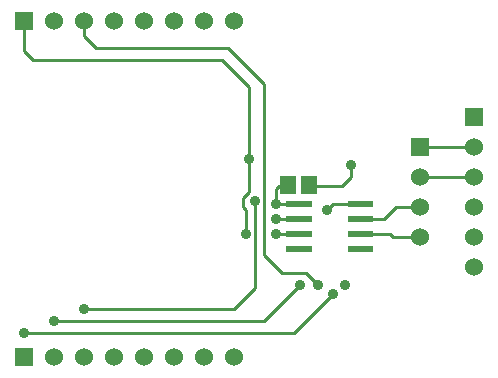
<source format=gbr>
G04 start of page 2 for group 0 idx 0 *
G04 Title: (unknown), component *
G04 Creator: pcb 20091103 *
G04 CreationDate: Sun 20 Mar 2011 04:21:17 AM GMT UTC *
G04 For: gjhurlbu *
G04 Format: Gerber/RS-274X *
G04 PCB-Dimensions: 600000 500000 *
G04 PCB-Coordinate-Origin: lower left *
%MOIN*%
%FSLAX25Y25*%
%LNFRONT*%
%ADD11C,0.0100*%
%ADD12C,0.0200*%
%ADD13C,0.0600*%
%ADD14C,0.0360*%
%ADD15R,0.0200X0.0200*%
%ADD16R,0.0512X0.0512*%
%ADD17C,0.0380*%
G54D11*X130500Y348000D02*X126000D01*
X130500Y343000D02*X126000D01*
X62000Y318000D02*X112000D01*
X52000Y314000D02*X122000D01*
X42000Y310000D02*X132000D01*
X145000Y323000D01*
X140000Y326000D02*X136000Y330000D01*
X130500Y353000D02*X126000D01*
Y355000D01*
X122000Y314000D02*X134000Y326000D01*
X136000Y330000D02*X128000D01*
X122000Y336000D01*
X112000Y318000D02*X119000Y325000D01*
Y354000D01*
X115000Y355000D02*Y352000D01*
X116000Y351000D01*
Y343000D01*
X151000Y353000D02*X145000D01*
X143000Y351000D01*
X174000Y372000D02*X192000D01*
X174000Y362000D02*X192000D01*
X157500Y348000D02*X162000D01*
X166000Y352000D01*
X174000D01*
X157500Y343000D02*X164000D01*
X165000Y342000D01*
X174000D01*
X122000Y336000D02*Y393000D01*
X117000Y392000D02*Y357000D01*
X130000Y359000D02*X127000D01*
X137086D02*X148000D01*
X151000Y362000D01*
Y366000D01*
X127000Y359000D02*X126000Y358000D01*
Y353000D01*
X117000Y357000D02*X115000Y355000D01*
X122000Y393000D02*X110000Y405000D01*
X117000Y392000D02*X108000Y401000D01*
X110000Y405000D02*X66000D01*
X62000Y409000D01*
Y414000D01*
X108000Y401000D02*X45000D01*
X42000Y404000D01*
Y414000D01*
G54D12*G36*
X189000Y385000D02*Y379000D01*
X195000D01*
Y385000D01*
X189000D01*
G37*
G54D13*X192000Y372000D03*
Y362000D03*
Y352000D03*
Y342000D03*
Y332000D03*
G54D12*G36*
X171000Y375000D02*Y369000D01*
X177000D01*
Y375000D01*
X171000D01*
G37*
G54D13*X174000Y362000D03*
Y352000D03*
Y342000D03*
G54D12*G36*
X39000Y417000D02*Y411000D01*
X45000D01*
Y417000D01*
X39000D01*
G37*
G54D13*X52000Y414000D03*
X62000D03*
X72000D03*
X82000D03*
X92000D03*
X102000D03*
X112000D03*
G54D12*G36*
X39000Y305000D02*Y299000D01*
X45000D01*
Y305000D01*
X39000D01*
G37*
G54D13*X52000Y302000D03*
X62000D03*
X72000D03*
X82000D03*
X92000D03*
X102000D03*
X112000D03*
G54D14*X42000Y310000D03*
X149000Y326000D03*
X145000Y323000D03*
X134000Y326000D03*
X140000D03*
X52000Y314000D03*
X62000Y318000D03*
X143000Y351000D03*
X151000Y366000D03*
X126000Y353000D03*
Y348000D03*
X119000Y354000D03*
X126000Y343000D03*
X116000D03*
X117000Y368000D03*
G54D15*X151000Y338000D02*X157500D01*
X151000Y343000D02*X157500D01*
X130500D02*X137000D01*
X151000Y348000D02*X157500D01*
X130500D02*X137000D01*
X151000Y353000D02*X157500D01*
X130500D02*X137000D01*
X130500Y338000D02*X137000D01*
G54D16*X137086Y359786D02*Y359000D01*
X130000Y359786D02*Y359000D01*
G54D17*G54D12*M02*

</source>
